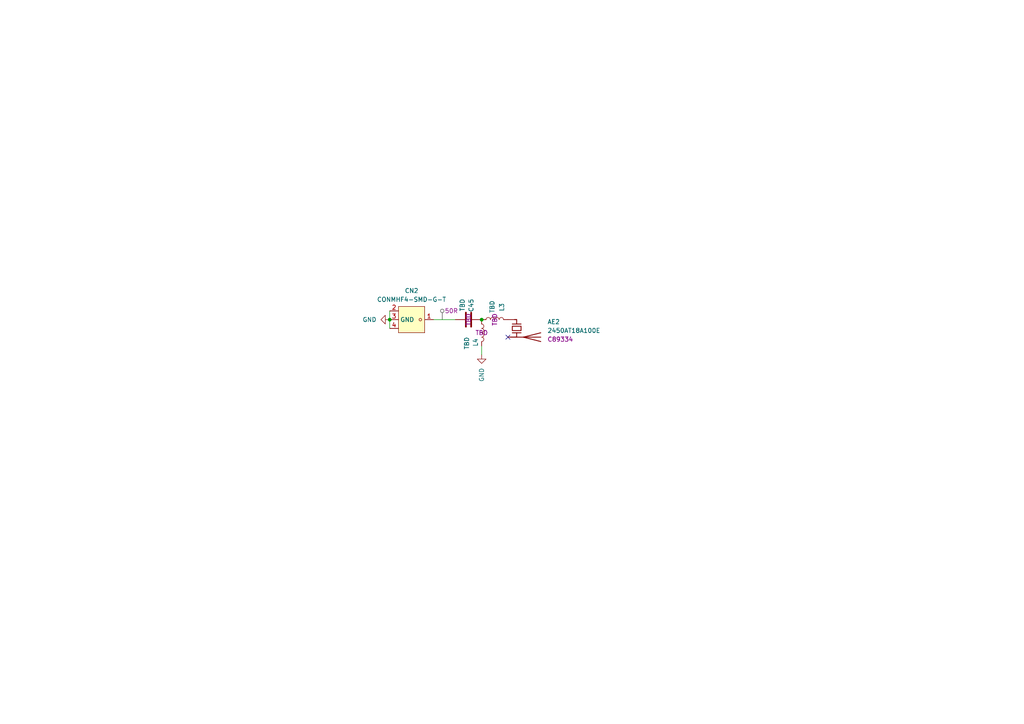
<source format=kicad_sch>
(kicad_sch (version 20250114) (generator "eeschema") (generator_version "9.0")
  (paper "A4")
  (lib_symbols
    (symbol "Device:Antenna_Chip" (pin_numbers (hide yes)) (pin_names (offset 1.016) (hide yes))
      (property "Reference" "ANT_2.54GHz1" (at -1.9051 8.89 90))
      (property "Value" "2450AT18A100E" (at 0.6349 8.89 90))
      (property "LCSC Part" "C89334" (at 3.1749 8.89 90))
      (symbol "Antenna_Chip_0_1"
        (polyline (pts (xy -2.54 0) (xy -2.54 -0.635)) (stroke (width 0.254)))
        (polyline (pts (xy -2.54 0) (xy -1.27 0)) (stroke (width 0.254)))
        (polyline (pts (xy -1.27 1.27) (xy -1.27 -1.27) (xy -1.27 0)) (stroke (width 0.254)))
        (polyline (pts (xy -0.635 1.27) (xy 0.635 1.27) (xy 0.635 -1.27) (xy -0.635 -1.27) (xy -0.635 1.27)) (stroke (width 0.254)))
        (polyline (pts (xy 1.27 1.27) (xy 1.27 -1.27)) (stroke (width 0.254)))
        (polyline (pts (xy 1.27 0) (xy 2.54 0)) (stroke (width 0.254)))
        (polyline (pts (xy 2.54 6.985) (xy 2.54 -1.905)) (stroke (width 0.254)))
        (polyline (pts (xy 2.54 -0.635) (xy 2.54 0)))
        (polyline (pts (xy 3.81 6.985) (xy 2.54 1.905) (xy 1.27 6.985)) (stroke (width 0.254)))
      )
      (symbol "Antenna_Chip_1_1"
        (pin input line (at -2.54 -2.54 90) (length 2.54) (name "FEED") (number "1"))
        (pin passive line (at 2.54 -2.54 90) (length 2.54) (name "PCB_Trace") (number "2"))
      )
    )
    (symbol "Device:C" (pin_numbers (hide yes)) (pin_names (offset 0.254))
      (property "Reference" "C" (at 0.635 2.54 0))
      (property "Value" "C" (at 0.635 -2.54 0))
      (symbol "C_0_1"
        (polyline (pts (xy -2.032 0.762) (xy 2.032 0.762)) (stroke (width 0.508)))
        (polyline (pts (xy -2.032 -0.762) (xy 2.032 -0.762)) (stroke (width 0.508)))
      )
      (symbol "C_1_1"
        (pin passive line (at 0 3.81 270) (length 2.794) (name "~") (number "1"))
        (pin passive line (at 0 -3.81 90) (length 2.794) (name "~") (number "2"))
      )
    )
    (symbol "Device:L" (pin_numbers (hide yes)) (pin_names (offset 1.016) (hide yes))
      (property "Reference" "L" (at -1.27 0 90))
      (property "Value" "L" (at 1.905 0 90))
      (symbol "L_0_1"
        (arc (start 0 2.54) (mid 0.6323 1.905) (end 0 1.27))
        (arc (start 0 1.27) (mid 0.6323 0.635) (end 0 0))
        (arc (start 0 0) (mid 0.6323 -0.635) (end 0 -1.27))
        (arc (start 0 -1.27) (mid 0.6323 -1.905) (end 0 -2.54))
      )
      (symbol "L_1_1"
        (pin passive line (at 0 3.81 270) (length 1.27) (name "1") (number "1"))
        (pin passive line (at 0 -3.81 90) (length 1.27) (name "2") (number "2"))
      )
    )
    (symbol "LCSC:CONMHF4-SMD-G-T"
      (property "Value" "CONMHF4-SMD-G-T" (at 0 -5.588 0))
      (symbol "CONMHF4-SMD-G-T_0_1"
        (rectangle (start -3.81 -3.81) (end 3.81 3.81) (fill (type background)))
        (circle (center 2.54 0) (radius 0.38))
      )
      (symbol "CONMHF4-SMD-G-T_1_1"
        (pin unspecified line (at -6.35 2.54 0) (length 2.54) (name "") (number "2"))
        (pin unspecified line (at -6.35 0 0) (length 2.54) (name "GND") (number "3"))
        (pin unspecified line (at -6.35 -2.54 0) (length 2.54) (name "") (number "4"))
        (pin bidirectional line (at 6.35 0 180) (length 2.54) (name "") (number "1"))
      )
    )
    (symbol "power:GND" (power) (pin_numbers (hide yes)) (pin_names (offset 0) (hide yes))
      (property "Value" "GND" (at 0 -3.81 0))
      (symbol "GND_0_1"
        (polyline (pts (xy 0 0) (xy 0 -1.27) (xy 1.27 -1.27) (xy 0 -2.54) (xy -1.27 -1.27) (xy 0 -1.27)))
      )
      (symbol "GND_1_1"
        (pin power_in line (at 0 0 270) (length 0) (name "~") (number "1"))
      )
    )
  )
  (junction (at 113.03 92.71))
  (junction (at 139.7 92.71))
  (no_connect (at 147.32 97.79))
  (wire (pts (xy 113.03 90.17) (xy 113.03 92.71)))
  (wire (pts (xy 139.7 102.87) (xy 139.7 100.33)))
  (wire (pts (xy 125.73 92.71) (xy 132.08 92.71)))
  (wire (pts (xy 113.03 92.71) (xy 113.03 95.25)))
  (netclass_flag "" (length 2.54) (shape round) (at 128.27 92.71 0) (property "Netclass" "50R" (at 128.9685 90.17 0) (effects (justify left))))
  (symbol (lib_id "LCSC:CONMHF4-SMD-G-T") (at 119.38 92.71 0) (unit 1)
    (property "Reference" "CN2" (at 119.38 84.328 0))
    (property "Value" "CONMHF4-SMD-G-T" (at 119.38 86.868 0))
    (property "Footprint" "LCSC:IPEX-SMD_4P-L1.8-W1.7-LS2.0-1" (effects (hide yes)))
    (property "LCSC Part" "C18221168" (effects (hide yes)))
  )
  (symbol (lib_id "Device:L") (at 139.7 96.52 0) (unit 1)
    (property "Reference" "L4" (at 137.922 99.314 90))
    (property "Value" "TBD" (at 135.382 99.568 90))
    (property "Footprint" "Inductor_SMD:L_0603_1608Metric_Pad1.05x0.95mm_HandSolder" (effects (hide yes)))
    (property "Description" "Inductor" (effects (hide yes)))
    (property "LCSC Part" "TBD" (at 139.7 96.52 0))
  )
  (symbol (lib_id "power:GND") (at 113.03 92.71 270) (unit 1)
    (property "Reference" "#PWR085" (effects (hide yes)))
    (property "Value" "GND" (at 109.22 92.7099 90) (effects (justify right)))
    (property "Description" "Power symbol creates a global label with name \"GND\" , ground" (effects (hide yes)))
  )
  (symbol (lib_id "power:GND") (at 139.7 102.87 0) (unit 1)
    (property "Reference" "#PWR086" (effects (hide yes)))
    (property "Value" "GND" (at 139.7001 106.68 90) (effects (justify right)))
    (property "Description" "Power symbol creates a global label with name \"GND\" , ground" (effects (hide yes)))
  )
  (symbol (lib_id "Device:C") (at 135.89 92.71 270) (unit 1)
    (property "Reference" "C45" (at 136.652 86.614 0) (effects (justify left)))
    (property "Value" "TBD" (at 134.112 86.614 0) (effects (justify left)))
    (property "Footprint" "Capacitor_SMD:C_0603_1608Metric_Pad1.08x0.95mm_HandSolder" (effects (hide yes)))
    (property "Description" "Unpolarized capacitor" (effects (hide yes)))
    (property "LCSC Part" "TBD" (at 135.89 92.71 0))
  )
  (symbol (lib_id "Device:Antenna_Chip") (at 149.86 95.25 270) (unit 1)
    (property "Reference" "AE2" (at 158.75 93.3449 90) (effects (justify left)))
    (property "Value" "2450AT18A100E" (at 158.75 95.8849 90) (effects (justify left)))
    (property "Footprint" "Inductor_SMD:L_1206_3216Metric" (effects (hide yes)))
    (property "Description" "Ceramic chip antenna with pin for PCB trace" (effects (hide yes)))
    (property "LCSC Part" "C89334" (at 158.75 98.4249 90) (effects (justify left)))
  )
  (symbol (lib_id "Device:L") (at 143.51 92.71 90) (unit 1)
    (property "Reference" "L3" (at 145.5419 87.884 0) (effects (justify right)))
    (property "Value" "TBD" (at 142.748 87.122 0) (effects (justify right)))
    (property "Footprint" "Inductor_SMD:L_0603_1608Metric_Pad1.05x0.95mm_HandSolder" (effects (hide yes)))
    (property "Description" "Inductor" (effects (hide yes)))
    (property "LCSC Part" "TBD" (at 143.51 92.71 0))
  )
)
</source>
